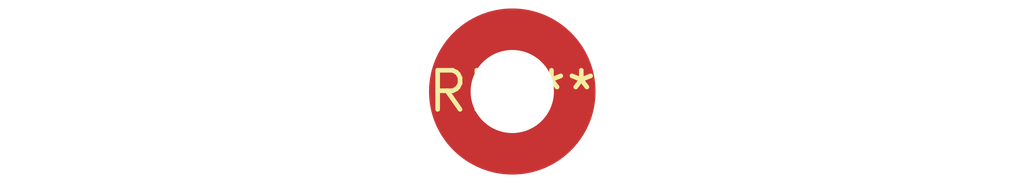
<source format=kicad_pcb>
(kicad_pcb (version 20240108) (generator pcbnew)
  (layers (0 "F.Cu" signal) (31 "B.Cu" signal) (34 "B.Paste" user) (35 "F.Paste" user) (36 "B.SilkS" user "B.Silkscreen") (37 "F.SilkS" user "F.Silkscreen") (38 "B.Mask" user) (39 "F.Mask" user) (44 "Edge.Cuts" user))
  (net 0 "")
  (footprint "MountingHole_2.7mm_Pad_TopOnly" (layer "F.Cu") (at 0 0)
    (property "Reference" "REF**")
    (property "Value" "MountingHole_2.7mm_Pad_TopOnly")
    (pad "1" thru_hole circle (at 0 0) (size 3.1 3.1) (drill 2.7) (layers *.Cu *.Mask) (remove_unused_layers))
    (pad "1" connect circle (at 0 0) (size 5.4 5.4) (layers "F.Cu" "F.Mask"))
  )
)
</source>
